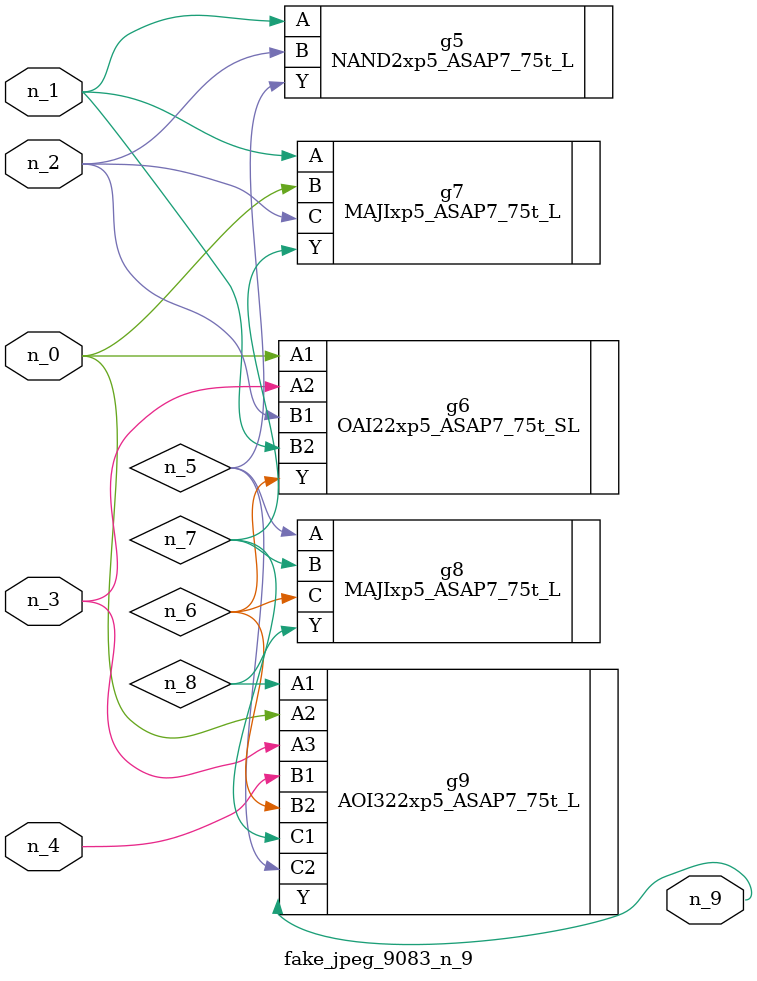
<source format=v>
module fake_jpeg_9083_n_9 (n_3, n_2, n_1, n_0, n_4, n_9);

input n_3;
input n_2;
input n_1;
input n_0;
input n_4;

output n_9;

wire n_8;
wire n_6;
wire n_5;
wire n_7;

NAND2xp5_ASAP7_75t_L g5 ( 
.A(n_1),
.B(n_2),
.Y(n_5)
);

OAI22xp5_ASAP7_75t_SL g6 ( 
.A1(n_0),
.A2(n_3),
.B1(n_2),
.B2(n_1),
.Y(n_6)
);

MAJIxp5_ASAP7_75t_L g7 ( 
.A(n_1),
.B(n_0),
.C(n_2),
.Y(n_7)
);

MAJIxp5_ASAP7_75t_L g8 ( 
.A(n_5),
.B(n_7),
.C(n_6),
.Y(n_8)
);

AOI322xp5_ASAP7_75t_L g9 ( 
.A1(n_8),
.A2(n_0),
.A3(n_3),
.B1(n_4),
.B2(n_6),
.C1(n_7),
.C2(n_5),
.Y(n_9)
);


endmodule
</source>
